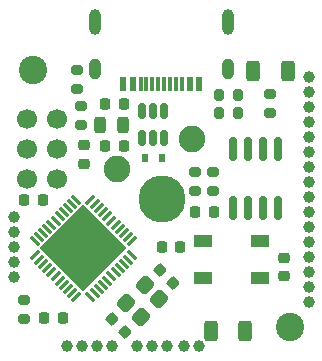
<source format=gbr>
%TF.GenerationSoftware,KiCad,Pcbnew,6.0.0*%
%TF.CreationDate,2022-01-08T01:14:50+01:00*%
%TF.ProjectId,micro,6d696372-6f2e-46b6-9963-61645f706362,rev1.0*%
%TF.SameCoordinates,Original*%
%TF.FileFunction,Soldermask,Bot*%
%TF.FilePolarity,Negative*%
%FSLAX46Y46*%
G04 Gerber Fmt 4.6, Leading zero omitted, Abs format (unit mm)*
G04 Created by KiCad (PCBNEW 6.0.0) date 2022-01-08 01:14:50*
%MOMM*%
%LPD*%
G01*
G04 APERTURE LIST*
G04 Aperture macros list*
%AMRoundRect*
0 Rectangle with rounded corners*
0 $1 Rounding radius*
0 $2 $3 $4 $5 $6 $7 $8 $9 X,Y pos of 4 corners*
0 Add a 4 corners polygon primitive as box body*
4,1,4,$2,$3,$4,$5,$6,$7,$8,$9,$2,$3,0*
0 Add four circle primitives for the rounded corners*
1,1,$1+$1,$2,$3*
1,1,$1+$1,$4,$5*
1,1,$1+$1,$6,$7*
1,1,$1+$1,$8,$9*
0 Add four rect primitives between the rounded corners*
20,1,$1+$1,$2,$3,$4,$5,0*
20,1,$1+$1,$4,$5,$6,$7,0*
20,1,$1+$1,$6,$7,$8,$9,0*
20,1,$1+$1,$8,$9,$2,$3,0*%
%AMRotRect*
0 Rectangle, with rotation*
0 The origin of the aperture is its center*
0 $1 length*
0 $2 width*
0 $3 Rotation angle, in degrees counterclockwise*
0 Add horizontal line*
21,1,$1,$2,0,0,$3*%
G04 Aperture macros list end*
%ADD10C,2.400000*%
%ADD11C,2.350000*%
%ADD12C,1.000000*%
%ADD13C,3.987800*%
%ADD14C,2.250000*%
%ADD15R,1.500000X1.000000*%
%ADD16RoundRect,0.200000X-0.275000X0.200000X-0.275000X-0.200000X0.275000X-0.200000X0.275000X0.200000X0*%
%ADD17RoundRect,0.225000X-0.225000X-0.250000X0.225000X-0.250000X0.225000X0.250000X-0.225000X0.250000X0*%
%ADD18RoundRect,0.200000X0.275000X-0.200000X0.275000X0.200000X-0.275000X0.200000X-0.275000X-0.200000X0*%
%ADD19RoundRect,0.225000X0.335876X0.017678X0.017678X0.335876X-0.335876X-0.017678X-0.017678X-0.335876X0*%
%ADD20RoundRect,0.225000X0.225000X0.250000X-0.225000X0.250000X-0.225000X-0.250000X0.225000X-0.250000X0*%
%ADD21RoundRect,0.225000X0.250000X-0.225000X0.250000X0.225000X-0.250000X0.225000X-0.250000X-0.225000X0*%
%ADD22R,0.600000X0.700000*%
%ADD23RoundRect,0.170000X0.330000X-0.255000X0.330000X0.255000X-0.330000X0.255000X-0.330000X-0.255000X0*%
%ADD24RoundRect,0.300000X-0.070711X-0.494975X0.494975X0.070711X0.070711X0.494975X-0.494975X-0.070711X0*%
%ADD25RoundRect,0.200000X0.200000X0.275000X-0.200000X0.275000X-0.200000X-0.275000X0.200000X-0.275000X0*%
%ADD26C,1.700000*%
%ADD27RoundRect,0.200000X-0.200000X-0.275000X0.200000X-0.275000X0.200000X0.275000X-0.200000X0.275000X0*%
%ADD28RoundRect,0.062500X0.291682X0.380070X-0.380070X-0.291682X-0.291682X-0.380070X0.380070X0.291682X0*%
%ADD29RoundRect,0.062500X-0.291682X0.380070X-0.380070X0.291682X0.291682X-0.380070X0.380070X-0.291682X0*%
%ADD30RotRect,5.200000X5.200000X225.000000*%
%ADD31RoundRect,0.243750X0.243750X0.456250X-0.243750X0.456250X-0.243750X-0.456250X0.243750X-0.456250X0*%
%ADD32RoundRect,0.225000X-0.335876X-0.017678X-0.017678X-0.335876X0.335876X0.017678X0.017678X0.335876X0*%
%ADD33RoundRect,0.250000X-0.312500X-0.625000X0.312500X-0.625000X0.312500X0.625000X-0.312500X0.625000X0*%
%ADD34RoundRect,0.150000X-0.150000X0.512500X-0.150000X-0.512500X0.150000X-0.512500X0.150000X0.512500X0*%
%ADD35RoundRect,0.150000X-0.150000X0.825000X-0.150000X-0.825000X0.150000X-0.825000X0.150000X0.825000X0*%
%ADD36RoundRect,0.250000X0.312500X0.625000X-0.312500X0.625000X-0.312500X-0.625000X0.312500X-0.625000X0*%
%ADD37RoundRect,0.225000X-0.250000X0.225000X-0.250000X-0.225000X0.250000X-0.225000X0.250000X0.225000X0*%
%ADD38R,0.600000X1.150000*%
%ADD39R,0.300000X1.150000*%
%ADD40O,1.000000X2.200000*%
%ADD41O,1.000000X1.800000*%
G04 APERTURE END LIST*
D10*
%TO.C,H2*%
X162161000Y-110028000D03*
D11*
X162161000Y-110028000D03*
%TD*%
D12*
%TO.C,J3*%
X154455000Y-111660000D03*
X153185000Y-111660000D03*
%TD*%
D11*
%TO.C,H1*%
X140425000Y-88293000D03*
D10*
X140425000Y-88293000D03*
%TD*%
D13*
%TO.C,MX1*%
X151390000Y-99160000D03*
D14*
X147580000Y-96620000D03*
X153930000Y-94080000D03*
%TD*%
D15*
%TO.C,D2*%
X159686579Y-102709000D03*
X159686579Y-105909000D03*
X154786579Y-105909000D03*
X154786579Y-102709000D03*
%TD*%
D16*
%TO.C,R6*%
X144192579Y-88244000D03*
X144192579Y-89894000D03*
%TD*%
D12*
%TO.C,J5*%
X147090000Y-111670000D03*
X145820000Y-111670000D03*
X144550000Y-111670000D03*
X143280000Y-111670000D03*
%TD*%
D16*
%TO.C,R5*%
X139712579Y-107724000D03*
X139712579Y-109374000D03*
%TD*%
D17*
%TO.C,C4*%
X151365000Y-103220000D03*
X152915000Y-103220000D03*
%TD*%
%TO.C,C9*%
X154175579Y-100245000D03*
X155725579Y-100245000D03*
%TD*%
D18*
%TO.C,R8*%
X160538579Y-91926000D03*
X160538579Y-90276000D03*
%TD*%
D19*
%TO.C,C8*%
X148248008Y-110438008D03*
X147151992Y-109341992D03*
%TD*%
D20*
%TO.C,C1*%
X148105579Y-91101000D03*
X146555579Y-91101000D03*
%TD*%
D12*
%TO.C,J4*%
X149230000Y-111660000D03*
X150500000Y-111660000D03*
X151770000Y-111660000D03*
%TD*%
D21*
%TO.C,C6*%
X144790579Y-96194000D03*
X144790579Y-94644000D03*
%TD*%
D16*
%TO.C,R4*%
X155712579Y-96880000D03*
X155712579Y-98530000D03*
%TD*%
D22*
%TO.C,D1*%
X149932579Y-95673000D03*
X151332579Y-95673000D03*
%TD*%
D23*
%TO.C,FB1*%
X144536579Y-92917000D03*
X144536579Y-91317000D03*
%TD*%
D24*
%TO.C,Y1*%
X148339129Y-108001769D03*
X149894764Y-106446134D03*
X151096845Y-107648215D03*
X149541210Y-109203850D03*
%TD*%
D25*
%TO.C,R1*%
X157807579Y-91863000D03*
X156157579Y-91863000D03*
%TD*%
D26*
%TO.C,J2*%
X142504579Y-92371000D03*
X139964579Y-92371000D03*
X142504579Y-94911000D03*
X139964579Y-94911000D03*
X142504579Y-97451000D03*
X139964579Y-97451000D03*
%TD*%
D17*
%TO.C,C2*%
X139697579Y-99229000D03*
X141247579Y-99229000D03*
%TD*%
D27*
%TO.C,R2*%
X156157579Y-90339000D03*
X157807579Y-90339000D03*
%TD*%
D17*
%TO.C,C5*%
X146555579Y-94657000D03*
X148105579Y-94657000D03*
%TD*%
D28*
%TO.C,U2*%
X145299039Y-99241555D03*
X145652592Y-99595109D03*
X146006146Y-99948662D03*
X146359699Y-100302215D03*
X146713252Y-100655769D03*
X147066806Y-101009322D03*
X147420359Y-101362876D03*
X147773913Y-101716429D03*
X148127466Y-102069982D03*
X148481019Y-102423536D03*
X148834573Y-102777089D03*
D29*
X148834573Y-103961493D03*
X148481019Y-104315046D03*
X148127466Y-104668600D03*
X147773913Y-105022153D03*
X147420359Y-105375706D03*
X147066806Y-105729260D03*
X146713252Y-106082813D03*
X146359699Y-106436367D03*
X146006146Y-106789920D03*
X145652592Y-107143473D03*
X145299039Y-107497027D03*
D28*
X144114635Y-107497027D03*
X143761082Y-107143473D03*
X143407528Y-106789920D03*
X143053975Y-106436367D03*
X142700422Y-106082813D03*
X142346868Y-105729260D03*
X141993315Y-105375706D03*
X141639761Y-105022153D03*
X141286208Y-104668600D03*
X140932655Y-104315046D03*
X140579101Y-103961493D03*
D29*
X140579101Y-102777089D03*
X140932655Y-102423536D03*
X141286208Y-102069982D03*
X141639761Y-101716429D03*
X141993315Y-101362876D03*
X142346868Y-101009322D03*
X142700422Y-100655769D03*
X143053975Y-100302215D03*
X143407528Y-99948662D03*
X143761082Y-99595109D03*
X144114635Y-99241555D03*
D30*
X144706837Y-103369291D03*
%TD*%
D31*
%TO.C,F1*%
X148014079Y-92879000D03*
X146139079Y-92879000D03*
%TD*%
D12*
%TO.C,J6*%
X138790000Y-105807000D03*
X138790000Y-104537000D03*
X138790000Y-103267000D03*
X138790000Y-101997000D03*
X138790000Y-100727000D03*
%TD*%
D20*
%TO.C,C3*%
X142935000Y-109290000D03*
X141385000Y-109290000D03*
%TD*%
D16*
%TO.C,R3*%
X154188579Y-96880000D03*
X154188579Y-98530000D03*
%TD*%
D32*
%TO.C,C7*%
X151201979Y-105204976D03*
X152297995Y-106300992D03*
%TD*%
D33*
%TO.C,R7*%
X159076079Y-88307000D03*
X162001079Y-88307000D03*
%TD*%
D34*
%TO.C,U1*%
X149632579Y-91731500D03*
X150582579Y-91731500D03*
X151532579Y-91731500D03*
X151532579Y-94006500D03*
X150582579Y-94006500D03*
X149632579Y-94006500D03*
%TD*%
D35*
%TO.C,Q1*%
X157363579Y-94976000D03*
X158633579Y-94976000D03*
X159903579Y-94976000D03*
X161173579Y-94976000D03*
X161173579Y-99926000D03*
X159903579Y-99926000D03*
X158633579Y-99926000D03*
X157363579Y-99926000D03*
%TD*%
D36*
%TO.C,R9*%
X158402500Y-110370000D03*
X155477500Y-110370000D03*
%TD*%
D12*
%TO.C,J7*%
X163792000Y-88894000D03*
X163792000Y-90164000D03*
X163792000Y-91434000D03*
X163792000Y-92704000D03*
X163792000Y-93974000D03*
X163792000Y-95244000D03*
X163792000Y-96514000D03*
X163792000Y-97784000D03*
X163792000Y-99054000D03*
X163792000Y-100324000D03*
X163792000Y-101594000D03*
X163792000Y-102864000D03*
X163792000Y-104134000D03*
X163792000Y-105404000D03*
X163792000Y-106674000D03*
X163792000Y-107944000D03*
%TD*%
D37*
%TO.C,C10*%
X161652579Y-104154000D03*
X161652579Y-105704000D03*
%TD*%
D38*
%TO.C,J1*%
X148092579Y-89456500D03*
X148892579Y-89456500D03*
D39*
X150042579Y-89456500D03*
X151042579Y-89456500D03*
X151542579Y-89456500D03*
X152542579Y-89456500D03*
D38*
X153692579Y-89456500D03*
X154492579Y-89456500D03*
X154492579Y-89456500D03*
X153692579Y-89456500D03*
D39*
X153042579Y-89456500D03*
X152042579Y-89456500D03*
X150542579Y-89456500D03*
X149542579Y-89456500D03*
D38*
X148892579Y-89456500D03*
X148092579Y-89456500D03*
D40*
X156912579Y-84156500D03*
D41*
X156912579Y-88156500D03*
D40*
X145672579Y-84156500D03*
D41*
X145672579Y-88156500D03*
%TD*%
M02*

</source>
